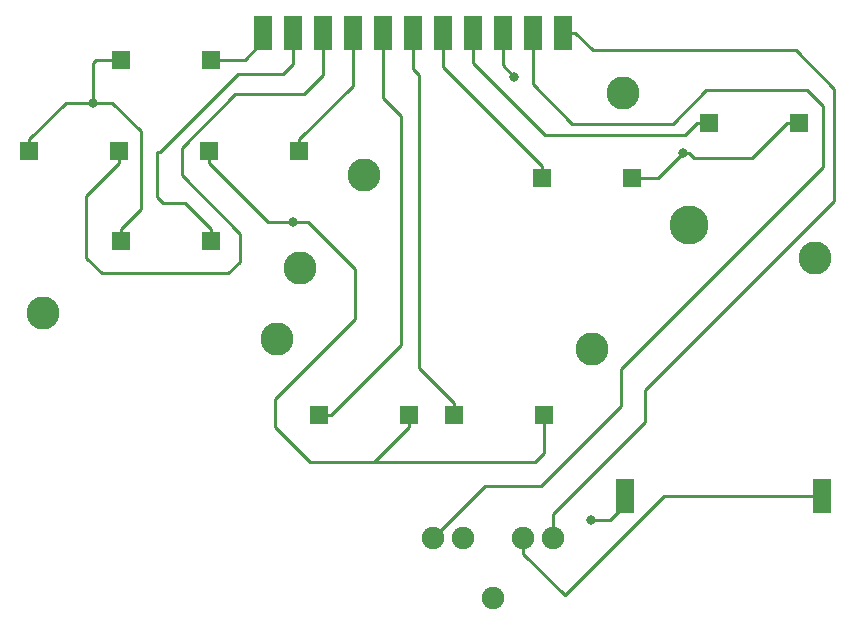
<source format=gbr>
G04 #@! TF.GenerationSoftware,KiCad,Pcbnew,5.0.2+dfsg1-1~bpo9+1*
G04 #@! TF.CreationDate,2020-07-02T14:44:30+01:00*
G04 #@! TF.ProjectId,gbc_outline_basic,6762635f-6f75-4746-9c69-6e655f626173,rev?*
G04 #@! TF.SameCoordinates,Original*
G04 #@! TF.FileFunction,Copper,L1,Top*
G04 #@! TF.FilePolarity,Positive*
%FSLAX46Y46*%
G04 Gerber Fmt 4.6, Leading zero omitted, Abs format (unit mm)*
G04 Created by KiCad (PCBNEW 5.0.2+dfsg1-1~bpo9+1) date Thu 02 Jul 2020 14:44:30 BST*
%MOMM*%
%LPD*%
G01*
G04 APERTURE LIST*
G04 #@! TA.AperFunction,ComponentPad*
%ADD10C,2.800000*%
G04 #@! TD*
G04 #@! TA.AperFunction,ComponentPad*
%ADD11C,3.300000*%
G04 #@! TD*
G04 #@! TA.AperFunction,SMDPad,CuDef*
%ADD12R,1.524000X1.524000*%
G04 #@! TD*
G04 #@! TA.AperFunction,SMDPad,CuDef*
%ADD13R,1.524000X3.000000*%
G04 #@! TD*
G04 #@! TA.AperFunction,ComponentPad*
%ADD14C,1.900000*%
G04 #@! TD*
G04 #@! TA.AperFunction,ViaPad*
%ADD15C,0.800000*%
G04 #@! TD*
G04 #@! TA.AperFunction,Conductor*
%ADD16C,0.250000*%
G04 #@! TD*
G04 APERTURE END LIST*
D10*
G04 #@! TO.P,REF\002A\002A,1*
G04 #@! TO.N,N/C*
X113017300Y-141348460D03*
G04 #@! TD*
G04 #@! TO.P,REF\002A\002A,1*
G04 #@! TO.N,N/C*
X131940300Y-133601460D03*
G04 #@! TD*
G04 #@! TO.P,REF\002A\002A,1*
G04 #@! TO.N,N/C*
X115684300Y-119631460D03*
G04 #@! TD*
G04 #@! TO.P,REF\002A\002A,1*
G04 #@! TO.N,N/C*
X93713300Y-126616460D03*
G04 #@! TD*
G04 #@! TO.P,REF\002A\002A,1*
G04 #@! TO.N,N/C*
X88315800Y-134490460D03*
G04 #@! TD*
G04 #@! TO.P,REF\002A\002A,1*
G04 #@! TO.N,N/C*
X66535300Y-138300460D03*
G04 #@! TD*
D11*
G04 #@! TO.P,REF\002A\002A,*
G04 #@! TO.N,*
X121285000Y-130810000D03*
G04 #@! TD*
D10*
G04 #@! TO.P,REF\002A\002A,1*
G04 #@! TO.N,N/C*
X86360000Y-140462000D03*
G04 #@! TD*
D12*
G04 #@! TO.P,SW1,1*
G04 #@! TO.N,Net-(SW1-Pad1)*
X80766920Y-116814600D03*
G04 #@! TO.P,SW1,2*
G04 #@! TO.N,Net-(LS1-Pad2)*
X73146920Y-116814600D03*
G04 #@! TD*
D13*
G04 #@! TO.P,LS1,1*
G04 #@! TO.N,Net-(LS1-Pad1)*
X132544820Y-153769060D03*
G04 #@! TO.P,LS1,2*
G04 #@! TO.N,Net-(LS1-Pad2)*
X115844320Y-153769060D03*
G04 #@! TD*
D14*
G04 #@! TO.P,U1,1*
G04 #@! TO.N,Net-(LS1-Pad2)*
X104678480Y-162392360D03*
G04 #@! TO.P,U1,4*
G04 #@! TO.N,Net-(U1-Pad4)*
X102138480Y-157312360D03*
G04 #@! TO.P,U1,5*
G04 #@! TO.N,Net-(U1-Pad5)*
X99598480Y-157312360D03*
G04 #@! TO.P,U1,3*
G04 #@! TO.N,Net-(LS1-Pad1)*
X107218480Y-157312360D03*
G04 #@! TO.P,U1,2*
G04 #@! TO.N,Net-(U1-Pad2)*
X109758480Y-157312360D03*
G04 #@! TD*
D12*
G04 #@! TO.P,SW2,1*
G04 #@! TO.N,Net-(SW2-Pad1)*
X80761840Y-132171440D03*
G04 #@! TO.P,SW2,2*
G04 #@! TO.N,Net-(LS1-Pad2)*
X73141840Y-132171440D03*
G04 #@! TD*
G04 #@! TO.P,SW3,2*
G04 #@! TO.N,Net-(LS1-Pad2)*
X65399920Y-124561600D03*
G04 #@! TO.P,SW3,1*
G04 #@! TO.N,Net-(SW3-Pad1)*
X73019920Y-124561600D03*
G04 #@! TD*
G04 #@! TO.P,SW4,2*
G04 #@! TO.N,Net-(LS1-Pad2)*
X80639920Y-124571760D03*
G04 #@! TO.P,SW4,1*
G04 #@! TO.N,Net-(SW4-Pad1)*
X88259920Y-124571760D03*
G04 #@! TD*
D13*
G04 #@! TO.P,U2,7*
G04 #@! TO.N,Net-(SW6-Pad1)*
X100416360Y-114533680D03*
G04 #@! TO.P,U2,6*
G04 #@! TO.N,Net-(SW7-Pad1)*
X97876360Y-114533680D03*
G04 #@! TO.P,U2,5*
G04 #@! TO.N,Net-(SW8-Pad1)*
X95336360Y-114533680D03*
G04 #@! TO.P,U2,4*
G04 #@! TO.N,Net-(SW4-Pad1)*
X92796360Y-114538760D03*
G04 #@! TO.P,U2,3*
G04 #@! TO.N,Net-(SW3-Pad1)*
X90256360Y-114538760D03*
G04 #@! TO.P,U2,8*
G04 #@! TO.N,Net-(SW5-Pad1)*
X102956360Y-114533680D03*
G04 #@! TO.P,U2,9*
G04 #@! TO.N,Net-(LS1-Pad2)*
X105496360Y-114533680D03*
G04 #@! TO.P,U2,11*
G04 #@! TO.N,Net-(U1-Pad2)*
X110576360Y-114533680D03*
G04 #@! TO.P,U2,10*
G04 #@! TO.N,Net-(U1-Pad5)*
X108036360Y-114533680D03*
G04 #@! TO.P,U2,2*
G04 #@! TO.N,Net-(SW2-Pad1)*
X87716360Y-114533680D03*
G04 #@! TO.P,U2,1*
G04 #@! TO.N,Net-(SW1-Pad1)*
X85176360Y-114538760D03*
G04 #@! TD*
D12*
G04 #@! TO.P,SW5,2*
G04 #@! TO.N,Net-(LS1-Pad2)*
X130561080Y-122148600D03*
G04 #@! TO.P,SW5,1*
G04 #@! TO.N,Net-(SW5-Pad1)*
X122941080Y-122148600D03*
G04 #@! TD*
G04 #@! TO.P,SW6,1*
G04 #@! TO.N,Net-(SW6-Pad1)*
X108839000Y-126847600D03*
G04 #@! TO.P,SW6,2*
G04 #@! TO.N,Net-(LS1-Pad2)*
X116459000Y-126847600D03*
G04 #@! TD*
G04 #@! TO.P,SW7,2*
G04 #@! TO.N,Net-(LS1-Pad2)*
X108981240Y-146923760D03*
G04 #@! TO.P,SW7,1*
G04 #@! TO.N,Net-(SW7-Pad1)*
X101361240Y-146923760D03*
G04 #@! TD*
G04 #@! TO.P,SW8,1*
G04 #@! TO.N,Net-(SW8-Pad1)*
X89910920Y-146918680D03*
G04 #@! TO.P,SW8,2*
G04 #@! TO.N,Net-(LS1-Pad2)*
X97530920Y-146918680D03*
G04 #@! TD*
D15*
G04 #@! TO.N,Net-(LS1-Pad2)*
X106456480Y-118257320D03*
X70754240Y-120456960D03*
X87751920Y-130556000D03*
X112984280Y-155798520D03*
X120700800Y-124739400D03*
G04 #@! TD*
D16*
G04 #@! TO.N,Net-(SW1-Pad1)*
X85176360Y-115276760D02*
X85176360Y-114538760D01*
X83638520Y-116814600D02*
X85176360Y-115276760D01*
X80766920Y-116814600D02*
X83638520Y-116814600D01*
G04 #@! TO.N,Net-(U1-Pad2)*
X111588360Y-114533680D02*
X113076800Y-116022120D01*
X110576360Y-114533680D02*
X111588360Y-114533680D01*
X113076800Y-116022120D02*
X130291840Y-116022120D01*
X130291840Y-116022120D02*
X133537960Y-119268240D01*
X133537960Y-128764170D02*
X117480080Y-144822050D01*
X133537960Y-119268240D02*
X133537960Y-128764170D01*
X117480080Y-144822050D02*
X117480080Y-147533360D01*
X109758480Y-155254960D02*
X109758480Y-157312360D01*
X117480080Y-147533360D02*
X109758480Y-155254960D01*
G04 #@! TO.N,Net-(LS1-Pad1)*
X107218480Y-158655862D02*
X110741618Y-162179000D01*
X107218480Y-157312360D02*
X107218480Y-158655862D01*
X119151558Y-153769060D02*
X132544820Y-153769060D01*
X110741618Y-162179000D02*
X119151558Y-153769060D01*
G04 #@! TO.N,Net-(LS1-Pad2)*
X105496360Y-117297200D02*
X106456480Y-118257320D01*
X105496360Y-114533680D02*
X105496360Y-117297200D01*
X70754240Y-120456960D02*
X70754240Y-117109240D01*
X71048880Y-116814600D02*
X73146920Y-116814600D01*
X70754240Y-117109240D02*
X71048880Y-116814600D01*
X65399920Y-123549600D02*
X65399920Y-124561600D01*
X68492560Y-120456960D02*
X65399920Y-123549600D01*
X70754240Y-120456960D02*
X68492560Y-120456960D01*
X70754240Y-120456960D02*
X72395080Y-120456960D01*
X72395080Y-120456960D02*
X74808080Y-122869960D01*
X73141840Y-131159440D02*
X73141840Y-132171440D01*
X74808080Y-129493200D02*
X73141840Y-131159440D01*
X74808080Y-122869960D02*
X74808080Y-129493200D01*
X80639920Y-125583760D02*
X80639920Y-124571760D01*
X85612160Y-130556000D02*
X80639920Y-125583760D01*
X87751920Y-130556000D02*
X85612160Y-130556000D01*
X87751920Y-130556000D02*
X89001600Y-130556000D01*
X89001600Y-130556000D02*
X92984320Y-134538720D01*
X92984320Y-134538720D02*
X92984320Y-138811000D01*
X92984320Y-138811000D02*
X86202520Y-145592800D01*
X86202520Y-145592800D02*
X86202520Y-147924520D01*
X86202520Y-147924520D02*
X89184480Y-150906480D01*
X108981240Y-150164800D02*
X108981240Y-146923760D01*
X108239560Y-150906480D02*
X108981240Y-150164800D01*
X94555120Y-150906480D02*
X94462600Y-150906480D01*
X97530920Y-147930680D02*
X94555120Y-150906480D01*
X97530920Y-146918680D02*
X97530920Y-147930680D01*
X89184480Y-150906480D02*
X94462600Y-150906480D01*
X94462600Y-150906480D02*
X108239560Y-150906480D01*
X115844320Y-154507060D02*
X114552860Y-155798520D01*
X114552860Y-155798520D02*
X112984280Y-155798520D01*
X115844320Y-153769060D02*
X115844320Y-154507060D01*
X118592600Y-126847600D02*
X116459000Y-126847600D01*
X120700800Y-124739400D02*
X118592600Y-126847600D01*
X121266485Y-124739400D02*
X121632245Y-125105160D01*
X120700800Y-124739400D02*
X121266485Y-124739400D01*
X129549080Y-122148600D02*
X130561080Y-122148600D01*
X126592520Y-125105160D02*
X129549080Y-122148600D01*
X121632245Y-125105160D02*
X126592520Y-125105160D01*
G04 #@! TO.N,Net-(U1-Pad5)*
X108036360Y-114533680D02*
X108036360Y-118902480D01*
X108036360Y-118902480D02*
X111363760Y-122229880D01*
X111363760Y-122229880D02*
X119893080Y-122229880D01*
X119893080Y-122229880D02*
X122712480Y-119410480D01*
X122712480Y-119410480D02*
X131236720Y-119410480D01*
X131236720Y-119410480D02*
X132577840Y-120751600D01*
X132577840Y-120751600D02*
X132577840Y-125943360D01*
X132577840Y-125943360D02*
X115519200Y-143002000D01*
X115519200Y-143002000D02*
X115519200Y-146146520D01*
X115519200Y-146146520D02*
X108752640Y-152913080D01*
X103997760Y-152913080D02*
X99598480Y-157312360D01*
X108752640Y-152913080D02*
X103997760Y-152913080D01*
G04 #@! TO.N,Net-(SW2-Pad1)*
X80761840Y-131159440D02*
X78568360Y-128965960D01*
X80761840Y-132171440D02*
X80761840Y-131159440D01*
X78568360Y-128965960D02*
X76743560Y-128965960D01*
X76743560Y-128965960D02*
X76225400Y-128447800D01*
X76225400Y-128447800D02*
X76225400Y-124627640D01*
X76461890Y-124627640D02*
X83076050Y-118013480D01*
X76225400Y-124627640D02*
X76461890Y-124627640D01*
X83076050Y-118013480D02*
X86883240Y-118013480D01*
X87716360Y-117180360D02*
X87716360Y-114533680D01*
X86883240Y-118013480D02*
X87716360Y-117180360D01*
G04 #@! TO.N,Net-(SW3-Pad1)*
X73019920Y-125573600D02*
X70200520Y-128393000D01*
X73019920Y-124561600D02*
X73019920Y-125573600D01*
X70200520Y-128393000D02*
X70200520Y-133598920D01*
X70200520Y-133598920D02*
X71521320Y-134919720D01*
X71521320Y-134919720D02*
X82250280Y-134919720D01*
X82250280Y-134919720D02*
X83210400Y-133959600D01*
X83210400Y-133959600D02*
X83210400Y-131541520D01*
X83210400Y-131541520D02*
X78282800Y-126613920D01*
X78282800Y-126613920D02*
X78282800Y-124292360D01*
X78282800Y-124292360D02*
X82849720Y-119725440D01*
X82849720Y-119725440D02*
X88615520Y-119725440D01*
X90256360Y-118084600D02*
X90256360Y-114538760D01*
X88615520Y-119725440D02*
X90256360Y-118084600D01*
G04 #@! TO.N,Net-(SW4-Pad1)*
X92796360Y-116288760D02*
X92796360Y-114538760D01*
X92796360Y-119023320D02*
X92796360Y-116288760D01*
X88259920Y-123559760D02*
X92796360Y-119023320D01*
X88259920Y-124571760D02*
X88259920Y-123559760D01*
G04 #@! TO.N,Net-(SW5-Pad1)*
X121929080Y-122148600D02*
X120872440Y-123205240D01*
X122941080Y-122148600D02*
X121929080Y-122148600D01*
X120872440Y-123205240D02*
X109057440Y-123205240D01*
X102956360Y-117104160D02*
X102956360Y-114533680D01*
X109057440Y-123205240D02*
X102956360Y-117104160D01*
G04 #@! TO.N,Net-(SW6-Pad1)*
X100416360Y-116283680D02*
X100416360Y-114533680D01*
X108839000Y-125835600D02*
X100416360Y-117412960D01*
X100416360Y-117412960D02*
X100416360Y-116283680D01*
X108839000Y-126847600D02*
X108839000Y-125835600D01*
G04 #@! TO.N,Net-(SW7-Pad1)*
X101361240Y-145911760D02*
X98409760Y-142960280D01*
X101361240Y-146923760D02*
X101361240Y-145911760D01*
X98409760Y-142960280D02*
X98409760Y-118145560D01*
X97876360Y-117612160D02*
X97876360Y-114533680D01*
X98409760Y-118145560D02*
X97876360Y-117612160D01*
G04 #@! TO.N,Net-(SW8-Pad1)*
X90922920Y-146918680D02*
X96824800Y-141016800D01*
X89910920Y-146918680D02*
X90922920Y-146918680D01*
X96824800Y-141016800D02*
X96824800Y-121569480D01*
X95336360Y-120081040D02*
X95336360Y-114533680D01*
X96824800Y-121569480D02*
X95336360Y-120081040D01*
G04 #@! TD*
M02*

</source>
